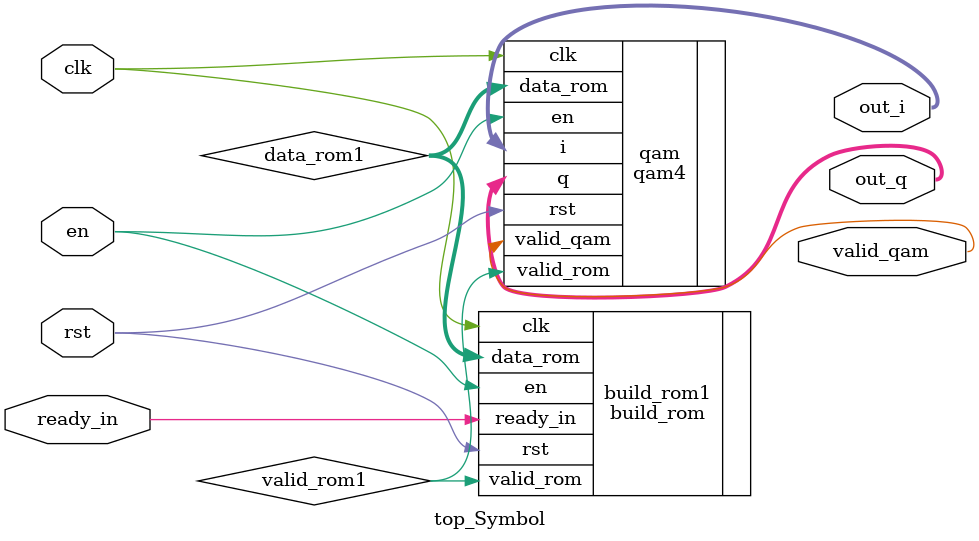
<source format=v>
    
module top_Symbol
(
	input clk, en, rst, ready_in,
	output signed [15:0] out_q, out_i,
	output valid_qam
);

wire [1:0] data_rom1;
wire valid_rom1;
   	
build_rom build_rom1            					
														(
														.clk(clk),
														.en(en),
														.rst(rst),													     
													    .ready_in(ready_in),
													    .data_rom(data_rom1),
													    .valid_rom(valid_rom1)
		                 								);
	
	
	
qam4 qam 					                     
														(
														.clk(clk),
													    .en(en),
														.rst(rst),
														.data_rom(data_rom1),
 														.valid_rom(valid_rom1),
														.i(out_i),
														.q(out_q),
														.valid_qam(valid_qam)
												     	);
	
endmodule
</source>
